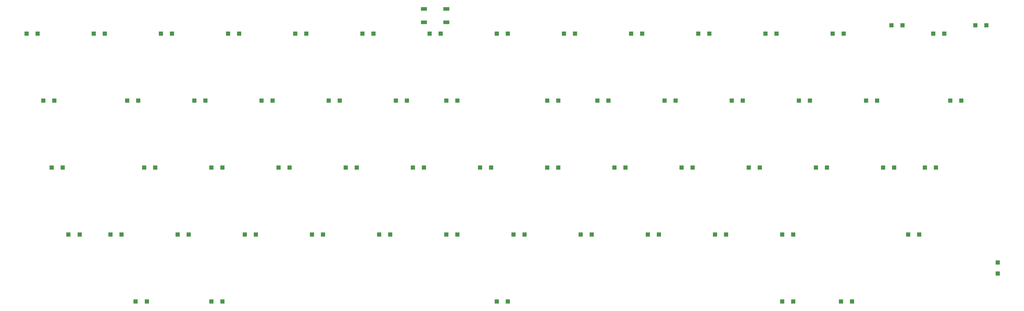
<source format=gbp>
G04 #@! TF.GenerationSoftware,KiCad,Pcbnew,5.1.8*
G04 #@! TF.CreationDate,2020-11-23T09:17:22-05:00*
G04 #@! TF.ProjectId,unix60pcb,756e6978-3630-4706-9362-2e6b69636164,rev?*
G04 #@! TF.SameCoordinates,Original*
G04 #@! TF.FileFunction,Paste,Bot*
G04 #@! TF.FilePolarity,Positive*
%FSLAX46Y46*%
G04 Gerber Fmt 4.6, Leading zero omitted, Abs format (unit mm)*
G04 Created by KiCad (PCBNEW 5.1.8) date 2020-11-23 09:17:22*
%MOMM*%
%LPD*%
G01*
G04 APERTURE LIST*
%ADD10R,1.200000X1.200000*%
%ADD11R,1.700000X1.000000*%
G04 APERTURE END LIST*
D10*
G04 #@! TO.C,D15*
X277031250Y-11906200D03*
X280181250Y-11906200D03*
G04 #@! TD*
G04 #@! TO.C,D1*
X23006200Y-11906200D03*
X19856200Y-11906200D03*
G04 #@! TD*
G04 #@! TO.C,D2*
X42056200Y-11906200D03*
X38906200Y-11906200D03*
G04 #@! TD*
G04 #@! TO.C,D3*
X61106200Y-11906200D03*
X57956200Y-11906200D03*
G04 #@! TD*
G04 #@! TO.C,D4*
X80156200Y-11906200D03*
X77006200Y-11906200D03*
G04 #@! TD*
G04 #@! TO.C,D5*
X99206200Y-11906200D03*
X96056200Y-11906200D03*
G04 #@! TD*
G04 #@! TO.C,D6*
X115106000Y-11906200D03*
X118256000Y-11906200D03*
G04 #@! TD*
G04 #@! TO.C,D7*
X134156000Y-11906200D03*
X137306000Y-11906200D03*
G04 #@! TD*
G04 #@! TO.C,D8*
X153206000Y-11906200D03*
X156356000Y-11906200D03*
G04 #@! TD*
G04 #@! TO.C,D9*
X175406000Y-11906200D03*
X172256000Y-11906200D03*
G04 #@! TD*
G04 #@! TO.C,D10*
X194456000Y-11906200D03*
X191306000Y-11906200D03*
G04 #@! TD*
G04 #@! TO.C,D11*
X213506000Y-11906200D03*
X210356000Y-11906200D03*
G04 #@! TD*
G04 #@! TO.C,D12*
X232556000Y-11906200D03*
X229406000Y-11906200D03*
G04 #@! TD*
G04 #@! TO.C,D13*
X251606000Y-11906200D03*
X248456000Y-11906200D03*
G04 #@! TD*
G04 #@! TO.C,D14*
X268275000Y-9525000D03*
X265125000Y-9525000D03*
G04 #@! TD*
G04 #@! TO.C,D16*
X288937500Y-9525000D03*
X292087500Y-9525000D03*
G04 #@! TD*
G04 #@! TO.C,D17*
X24618800Y-30956200D03*
X27768800Y-30956200D03*
G04 #@! TD*
G04 #@! TO.C,D18*
X48431200Y-30956200D03*
X51581200Y-30956200D03*
G04 #@! TD*
G04 #@! TO.C,D19*
X67481200Y-30956200D03*
X70631200Y-30956200D03*
G04 #@! TD*
G04 #@! TO.C,D20*
X86531200Y-30956200D03*
X89681200Y-30956200D03*
G04 #@! TD*
G04 #@! TO.C,D21*
X105581000Y-30956200D03*
X108731000Y-30956200D03*
G04 #@! TD*
G04 #@! TO.C,D22*
X124631000Y-30956200D03*
X127781000Y-30956200D03*
G04 #@! TD*
G04 #@! TO.C,D23*
X142069000Y-30956200D03*
X138919000Y-30956200D03*
G04 #@! TD*
G04 #@! TO.C,D24*
X170644000Y-30956200D03*
X167494000Y-30956200D03*
G04 #@! TD*
G04 #@! TO.C,D25*
X184931000Y-30956200D03*
X181781000Y-30956200D03*
G04 #@! TD*
G04 #@! TO.C,D26*
X203981000Y-30956200D03*
X200831000Y-30956200D03*
G04 #@! TD*
G04 #@! TO.C,D27*
X223031000Y-30956200D03*
X219881000Y-30956200D03*
G04 #@! TD*
G04 #@! TO.C,D28*
X242081000Y-30956200D03*
X238931000Y-30956200D03*
G04 #@! TD*
G04 #@! TO.C,D29*
X261131000Y-30956200D03*
X257981000Y-30956200D03*
G04 #@! TD*
G04 #@! TO.C,D30*
X281794000Y-30956200D03*
X284944000Y-30956200D03*
G04 #@! TD*
G04 #@! TO.C,D31*
X27000000Y-50006200D03*
X30150000Y-50006200D03*
G04 #@! TD*
G04 #@! TO.C,D32*
X56343800Y-50006200D03*
X53193800Y-50006200D03*
G04 #@! TD*
G04 #@! TO.C,D33*
X75393800Y-50006200D03*
X72243800Y-50006200D03*
G04 #@! TD*
G04 #@! TO.C,D34*
X91293800Y-50006200D03*
X94443800Y-50006200D03*
G04 #@! TD*
G04 #@! TO.C,D35*
X110344000Y-50006200D03*
X113494000Y-50006200D03*
G04 #@! TD*
G04 #@! TO.C,D36*
X132544000Y-50006200D03*
X129394000Y-50006200D03*
G04 #@! TD*
G04 #@! TO.C,D37*
X148444000Y-50006200D03*
X151594000Y-50006200D03*
G04 #@! TD*
G04 #@! TO.C,D38*
X167494000Y-50006200D03*
X170644000Y-50006200D03*
G04 #@! TD*
G04 #@! TO.C,D39*
X186544000Y-50006200D03*
X189694000Y-50006200D03*
G04 #@! TD*
G04 #@! TO.C,D40*
X205594000Y-50006200D03*
X208744000Y-50006200D03*
G04 #@! TD*
G04 #@! TO.C,D41*
X224644000Y-50006200D03*
X227794000Y-50006200D03*
G04 #@! TD*
G04 #@! TO.C,D42*
X246844000Y-50006200D03*
X243694000Y-50006200D03*
G04 #@! TD*
G04 #@! TO.C,D43*
X265894000Y-50006200D03*
X262744000Y-50006200D03*
G04 #@! TD*
G04 #@! TO.C,D44*
X277800000Y-50006200D03*
X274650000Y-50006200D03*
G04 #@! TD*
G04 #@! TO.C,D45*
X34912500Y-69056200D03*
X31762500Y-69056200D03*
G04 #@! TD*
G04 #@! TO.C,D46*
X46818800Y-69056200D03*
X43668800Y-69056200D03*
G04 #@! TD*
G04 #@! TO.C,D47*
X65868800Y-69056200D03*
X62718800Y-69056200D03*
G04 #@! TD*
G04 #@! TO.C,D48*
X81768800Y-69056200D03*
X84918800Y-69056200D03*
G04 #@! TD*
G04 #@! TO.C,D49*
X100819000Y-69056200D03*
X103969000Y-69056200D03*
G04 #@! TD*
G04 #@! TO.C,D50*
X119869000Y-69056200D03*
X123019000Y-69056200D03*
G04 #@! TD*
G04 #@! TO.C,D51*
X138919000Y-69056200D03*
X142069000Y-69056200D03*
G04 #@! TD*
G04 #@! TO.C,D52*
X157969000Y-69056200D03*
X161119000Y-69056200D03*
G04 #@! TD*
G04 #@! TO.C,D53*
X177019000Y-69056200D03*
X180169000Y-69056200D03*
G04 #@! TD*
G04 #@! TO.C,D54*
X196069000Y-69056200D03*
X199219000Y-69056200D03*
G04 #@! TD*
G04 #@! TO.C,D55*
X215119000Y-69056200D03*
X218269000Y-69056200D03*
G04 #@! TD*
G04 #@! TO.C,D56*
X237319000Y-69056200D03*
X234169000Y-69056200D03*
G04 #@! TD*
G04 #@! TO.C,D57*
X273037000Y-69056200D03*
X269887000Y-69056200D03*
G04 #@! TD*
G04 #@! TO.C,D58*
X295275000Y-77006200D03*
X295275000Y-80156200D03*
G04 #@! TD*
G04 #@! TO.C,D59*
X53962500Y-88106200D03*
X50812500Y-88106200D03*
G04 #@! TD*
G04 #@! TO.C,D60*
X72243800Y-88106200D03*
X75393800Y-88106200D03*
G04 #@! TD*
G04 #@! TO.C,D61*
X153206000Y-88106200D03*
X156356000Y-88106200D03*
G04 #@! TD*
G04 #@! TO.C,D62*
X234169000Y-88106200D03*
X237319000Y-88106200D03*
G04 #@! TD*
G04 #@! TO.C,D63*
X250837000Y-88106200D03*
X253987000Y-88106200D03*
G04 #@! TD*
D11*
G04 #@! TO.C,SW1*
X138881000Y-4900000D03*
X132581000Y-4900000D03*
X138881000Y-8700000D03*
X132581000Y-8700000D03*
G04 #@! TD*
M02*

</source>
